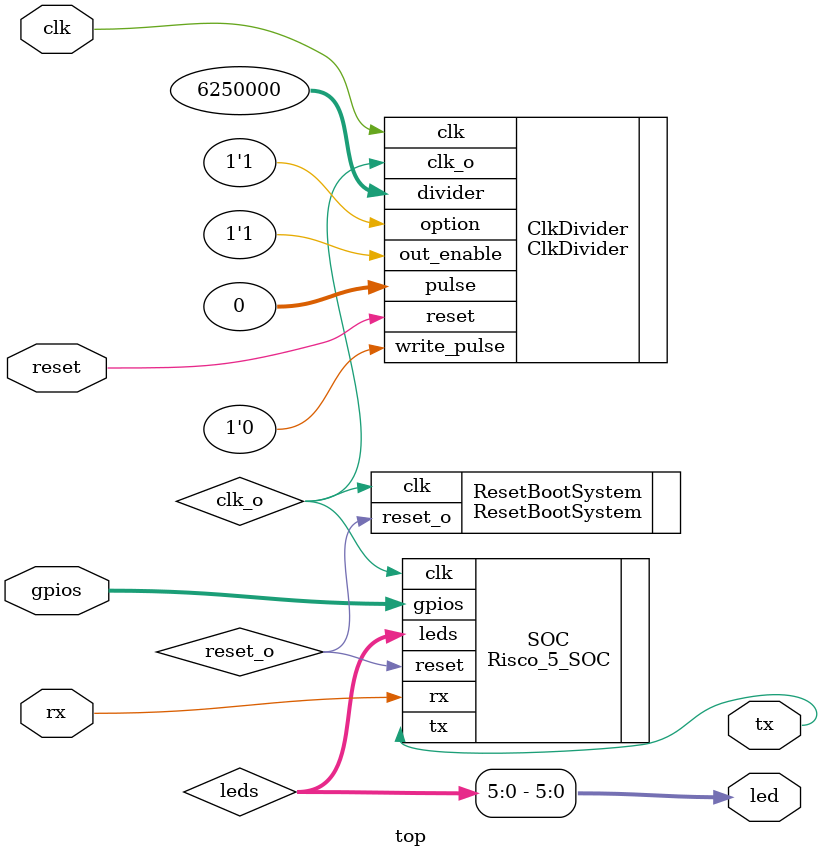
<source format=v>
module top (
    input wire clk,
    input wire reset,
    input wire rx,
    output wire tx,
    output wire [5:0] led,
    inout [4:0]gpios
);

wire clk_o, reset_o;
wire [7:0] leds;

ClkDivider #(
    .COUNTER_BITS(32)
) ClkDivider(
    .clk(clk),
    .reset(reset),
    .option(1'b1),
    .write_pulse(1'b0),
    .out_enable(1'b1),
    .divider(32'd6250000),
    .pulse(32'd0),
    .clk_o(clk_o)
);

ResetBootSystem #(
    .CYCLES(20)
) ResetBootSystem(
    .clk(clk_o),
    .reset_o(reset_o)
);

assign led = leds [5:0];

Risco_5_SOC #(
    .CLOCK_FREQ(27000000),
    .BIT_RATE(9600),
    .MEMORY_SIZE(4096),
    .MEMORY_FILE("../../software/memory/loop3.hex"),
    .GPIO_WIDHT(5)
) SOC(
    .clk(clk_o),
    .reset(reset_o),
    .leds(leds),
    .rx(rx),
    .tx(tx),
    .gpios(gpios)
);

endmodule

</source>
